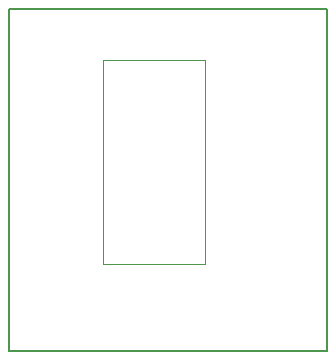
<source format=gbr>
G04 #@! TF.GenerationSoftware,KiCad,Pcbnew,(5.0.0-rc3-dev)*
G04 #@! TF.CreationDate,2018-07-03T21:05:53+03:00*
G04 #@! TF.ProjectId,board,626F6172642E6B696361645F70636200,v0.1*
G04 #@! TF.SameCoordinates,Original*
G04 #@! TF.FileFunction,Profile,NP*
%FSLAX46Y46*%
G04 Gerber Fmt 4.6, Leading zero omitted, Abs format (unit mm)*
G04 Created by KiCad (PCBNEW (5.0.0-rc3-dev)) date Tue Jul  3 21:05:53 2018*
%MOMM*%
%LPD*%
G01*
G04 APERTURE LIST*
%ADD10C,0.200000*%
G04 #@! TA.AperFunction,NonConductor*
%ADD11C,0.050000*%
G04 #@! TD*
G04 APERTURE END LIST*
D10*
X143002000Y-46482000D02*
X143002000Y-75438000D01*
X116078000Y-46482000D02*
X143002000Y-46482000D01*
X116078000Y-75438000D02*
X116078000Y-46482000D01*
X143002000Y-75438000D02*
X116078000Y-75438000D01*
D11*
G04 #@! TO.C,J1*
X132636800Y-50763200D02*
X132636800Y-68023200D01*
X124036800Y-50763200D02*
X124036800Y-68023200D01*
X132636800Y-68023200D02*
X124036800Y-68023200D01*
X132636800Y-50763200D02*
X124036800Y-50763200D01*
G04 #@! TD*
M02*

</source>
